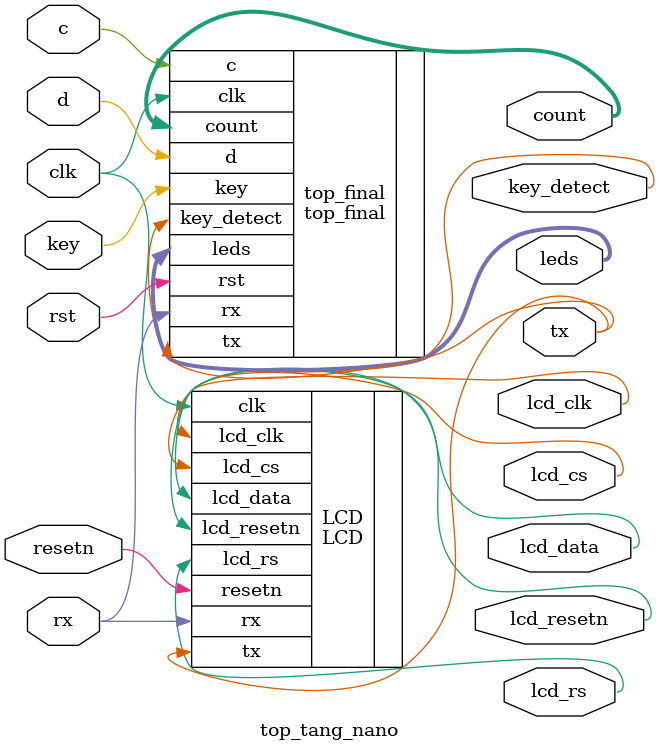
<source format=sv>
module top_tang_nano (
    input logic clk,
    input logic rst,
    input logic key,
    input logic c,
    input logic d,
    input logic rx,
    input logic resetn,
    output logic tx,
    output logic key_detect,
    output logic lcd_resetn,
    output logic lcd_clk,
    output logic lcd_cs,
    output logic lcd_rs,
    output logic lcd_data,
    output logic [1:0] count,
    output logic [7:0] leds
);

    LCD LCD(
    .clk(clk),          
    .resetn(resetn),       // Reset activo en bajo
    .rx(rx),       
    .tx(tx),      
    .lcd_resetn(lcd_resetn),
    .lcd_clk(lcd_clk),
    .lcd_cs(lcd_cs),
    .lcd_rs(lcd_rs),
    .lcd_data(lcd_data)
    );

    top_final top_final(
    .clk(clk),
    .rst(rst),
    .key(key), 
    .c(c),   
    .d(d),   
    .rx(rx),  
    .tx(tx), 
    .key_detect(key_detect),
    .count(count),
    .leds(leds) 
    );

endmodule
</source>
